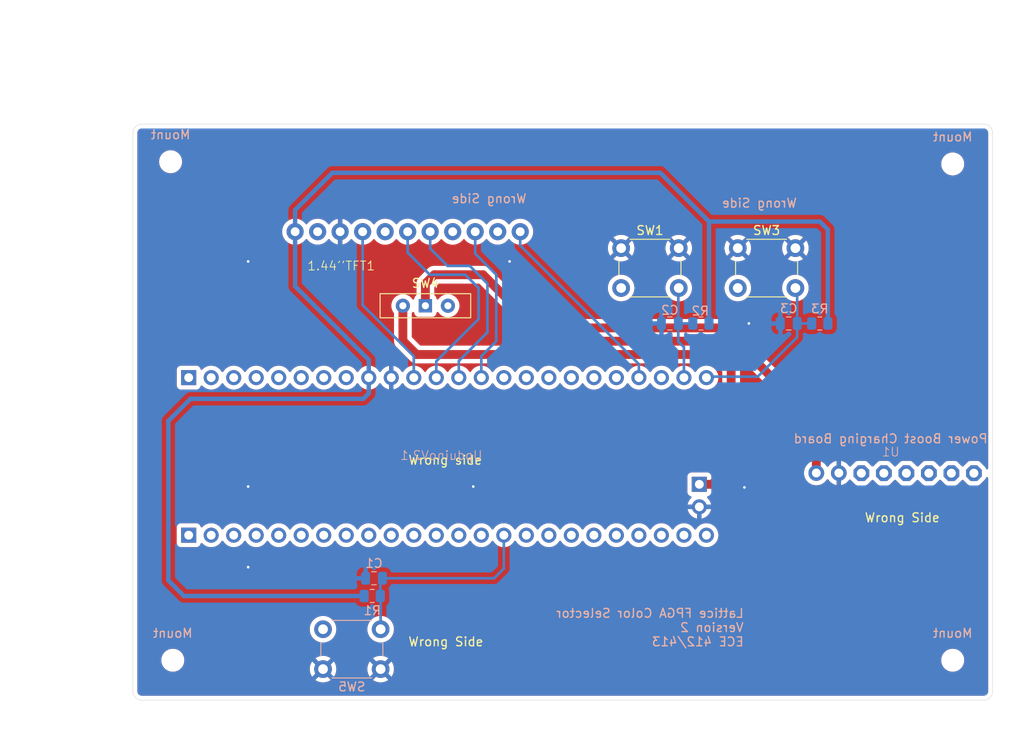
<source format=kicad_pcb>
(kicad_pcb (version 20241229) (generator "pcbnew") (generator_version "9.0")
  (layers (0 "F.Cu" signal) (2 "B.Cu" signal) (13 "F.Paste" user) (15 "B.Paste" user) (5 "F.SilkS" user "F.Silkscreen") (7 "B.SilkS" user "B.Silkscreen") (1 "F.Mask" user) (3 "B.Mask" user) (25 "Edge.Cuts" user))
  (net 0 "")
  (net 1 "GND")
  (net 2 "/Reset")
  (net 3 "+3.3V")
  (net 4 "+5V")
  (net 6 "Net-(SW4-B)")
  (net 7 "/MOSI")
  (net 10 "/SCK")
  (net 11 "/LITE")
  (net 13 "/CS")
  (net 15 "/DC")
  (net 59 "/ColorPush")
  (net 60 "/brightPush")
  (footprint "Button_Switch_THT:SW_PUSH_6mm" (layer "F.Cu") (at 152.75 82)
    (property "Reference" "SW3" (at 3.25 -2 0) (layer "F.SilkS"))
    (property "Value" "SW_Push")
    (fp_line (start -0.25 1.5) (end -0.25 3) (stroke (width 0.12)) (layer "F.SilkS"))
    (fp_line (start 1 5.5) (end 5.5 5.5) (stroke (width 0.12)) (layer "F.SilkS"))
    (fp_line (start 5.5 -1) (end 1 -1) (stroke (width 0.12)) (layer "F.SilkS"))
    (fp_line (start 6.75 3) (end 6.75 1.5) (stroke (width 0.12)) (layer "F.SilkS"))
    (pad "1" thru_hole circle (at 0 0 90) (size 2 2) (drill 1.1) (layers "*.Cu" "*.Mask") (net 1 "GND"))
    (pad "1" thru_hole circle (at 6.5 0 90) (size 2 2) (drill 1.1) (layers "*.Cu" "*.Mask") (net 1 "GND"))
    (pad "2" thru_hole circle (at 0 4.5 90) (size 2 2) (drill 1.1) (layers "*.Cu" "*.Mask") (net 60 "/brightPush"))
    (pad "2" thru_hole circle (at 6.5 4.5 90) (size 2 2) (drill 1.1) (layers "*.Cu" "*.Mask") (net 60 "/brightPush"))
  )
  (footprint "Button_Switch_THT:SW_Slide-03_Wuerth-WS-SLTV_10x2.5x6.4_P2.54mm" (layer "F.Cu") (at 117.5 88.5)
    (property "Reference" "SW4" (at 0 -2.54 0) (layer "F.SilkS"))
    (property "Value" "Board Power")
    (fp_rect (start -5.11 -1.36) (end 5.11 1.36) (stroke (width 0.12)) (fill no) (layer "F.SilkS"))
    (pad "1" thru_hole rect (at 0 0) (size 1.5 1.5) (drill 0.8) (layers "*.Cu" "*.Mask") (net 4 "+5V"))
    (pad "2" thru_hole circle (at -2.54 0) (size 1.6 1.6) (drill 0.8) (layers "*.Cu" "*.Mask") (net 6 "Net-(SW4-B)"))
    (pad "3" thru_hole circle (at 2.54 0) (size 1.6 1.6) (drill 0.8) (layers "*.Cu" "*.Mask"))
  )
  (footprint "MountingHole:MountingHole_2.1mm" (layer "F.Cu") (at 89 128.5)
    (property "Reference" "Mount" (at 0 -3.05 0) (layer "B.SilkS") (effects (justify mirror)))
    (property "Value" "MountingHole_2.1mm")
    (pad "" np_thru_hole circle (at 0 0) (size 2.1 2.1) (drill 2.1) (layers "*.Cu" "*.Mask"))
  )
  (footprint "MountingHole:MountingHole_2.1mm" (layer "F.Cu") (at 177 72.5)
    (property "Reference" "Mount" (at 0 -3.05 0) (layer "B.SilkS") (effects (justify mirror)))
    (property "Value" "MountingHole_2.1mm")
    (pad "" np_thru_hole circle (at 0 0) (size 2.1 2.1) (drill 2.1) (layers "*.Cu" "*.Mask"))
  )
  (footprint "MountingHole:MountingHole_2.1mm" (layer "F.Cu") (at 177 128.5)
    (property "Reference" "Mount" (at 0 -3.05 0) (layer "B.SilkS") (effects (justify mirror)))
    (property "Value" "MountingHole_2.1mm")
    (pad "" np_thru_hole circle (at 0 0) (size 2.1 2.1) (drill 2.1) (layers "*.Cu" "*.Mask"))
  )
  (footprint "MountingHole:MountingHole_2.1mm" (layer "F.Cu") (at 88.75 72.25)
    (property "Reference" "Mount" (at 0 -3.05 0) (layer "B.SilkS") (effects (justify mirror)))
    (property "Value" "MountingHole_2.1mm")
    (pad "" np_thru_hole circle (at 0 0) (size 2.1 2.1) (drill 2.1) (layers "*.Cu" "*.Mask"))
  )
  (footprint "Button_Switch_THT:SW_PUSH_6mm" (layer "F.Cu") (at 139.5875 82)
    (property "Reference" "SW1" (at 3.25 -2 0) (layer "F.SilkS"))
    (property "Value" "SW_Push")
    (fp_line (start -0.25 1.5) (end -0.25 3) (stroke (width 0.12)) (layer "F.SilkS"))
    (fp_line (start 1 5.5) (end 5.5 5.5) (stroke (width 0.12)) (layer "F.SilkS"))
    (fp_line (start 5.5 -1) (end 1 -1) (stroke (width 0.12)) (layer "F.SilkS"))
    (fp_line (start 6.75 3) (end 6.75 1.5) (stroke (width 0.12)) (layer "F.SilkS"))
    (pad "1" thru_hole circle (at 0 0 90) (size 2 2) (drill 1.1) (layers "*.Cu" "*.Mask") (net 1 "GND"))
    (pad "1" thru_hole circle (at 6.5 0 90) (size 2 2) (drill 1.1) (layers "*.Cu" "*.Mask") (net 1 "GND"))
    (pad "2" thru_hole circle (at 0 4.5 90) (size 2 2) (drill 1.1) (layers "*.Cu" "*.Mask") (net 59 "/ColorPush"))
    (pad "2" thru_hole circle (at 6.5 4.5 90) (size 2 2) (drill 1.1) (layers "*.Cu" "*.Mask") (net 59 "/ColorPush"))
  )
  (footprint "ECE412Library:1.44_ TFT Display" (layer "F.Cu") (at 115.2 76.1424 90)
    (property "Reference" "1.44''TFT1" (at -7.8576 -7.2 0) (layer "F.SilkS") (effects (font (thickness 0.1))))
    (property "Value" "~")
    (pad "1" thru_hole circle (at -4 -12.4 90) (size 1.9304 1.9304) (drill 1) (layers "*.Cu" "*.Mask") (net 3 "+3.3V"))
    (pad "2" thru_hole circle (at -4 -9.86 90) (size 1.9304 1.9304) (drill 1) (layers "*.Cu" "*.Mask"))
    (pad "3" thru_hole circle (at -4 -7.32 90) (size 1.9304 1.9304) (drill 1) (layers "*.Cu" "*.Mask") (net 1 "GND"))
    (pad "4" thru_hole circle (at -4 -4.78 90) (size 1.9304 1.9304) (drill 1) (layers "*.Cu" "*.Mask") (net 10 "/SCK"))
    (pad "5" thru_hole circle (at -4 -2.24 90) (size 1.9304 1.9304) (drill 1) (layers "*.Cu" "*.Mask"))
    (pad "6" thru_hole circle (at -4 0.3 90) (size 1.9304 1.9304) (drill 1) (layers "*.Cu" "*.Mask") (net 7 "/MOSI"))
    (pad "7" thru_hole circle (at -4 2.84 90) (size 1.9304 1.9304) (drill 1) (layers "*.Cu" "*.Mask") (net 13 "/CS"))
    (pad "8" thru_hole circle (at -4 5.38 90) (size 1.9304 1.9304) (drill 1) (layers "*.Cu" "*.Mask"))
    (pad "9" thru_hole circle (at -4 7.92 90) (size 1.9304 1.9304) (drill 1) (layers "*.Cu" "*.Mask") (net 15 "/DC"))
    (pad "10" thru_hole circle (at -4 10.46 90) (size 1.9304 1.9304) (drill 1) (layers "*.Cu" "*.Mask"))
    (pad "11" thru_hole circle (at -4 13 90) (size 1.9304 1.9304) (drill 1) (layers "*.Cu" "*.Mask") (net 11 "/LITE"))
  )
  (footprint "Capacitor_SMD:C_0805_2012Metric" (layer "B.Cu") (at 158.5 90.5 180)
    (property "Reference" "C3" (at 0 1.68 0) (layer "B.SilkS") (effects (justify mirror)))
    (property "Value" "C")
    (fp_line (start -0.261252 0.735) (end 0.261252 0.735) (stroke (width 0.12)) (layer "B.SilkS"))
    (fp_line (start -0.261252 -0.735) (end 0.261252 -0.735) (stroke (width 0.12)) (layer "B.SilkS"))
    (pad "1" smd roundrect (at -0.95 0 180) (size 1 1.45) (layers "B.Cu" "B.Mask" "B.Paste") (net 60 "/brightPush"))
    (pad "2" smd roundrect (at 0.95 0 180) (size 1 1.45) (layers "B.Cu" "B.Mask" "B.Paste") (net 1 "GND"))
  )
  (footprint "Capacitor_SMD:C_0805_2012Metric" (layer "B.Cu") (at 111.7 119.25 180)
    (property "Reference" "C1" (at 0 1.68 0) (layer "B.SilkS") (effects (justify mirror)))
    (property "Value" "C")
    (fp_line (start -0.261252 0.735) (end 0.261252 0.735) (stroke (width 0.12)) (layer "B.SilkS"))
    (fp_line (start -0.261252 -0.735) (end 0.261252 -0.735) (stroke (width 0.12)) (layer "B.SilkS"))
    (pad "1" smd roundrect (at -0.95 0 180) (size 1 1.45) (layers "B.Cu" "B.Mask" "B.Paste") (net 2 "/Reset"))
    (pad "2" smd roundrect (at 0.95 0 180) (size 1 1.45) (layers "B.Cu" "B.Mask" "B.Paste") (net 1 "GND"))
  )
  (footprint "Button_Switch_THT:SW_PUSH_6mm" (layer "B.Cu") (at 105.95 129.5)
    (property "Reference" "SW5" (at 3.25 2 0) (layer "B.SilkS") (effects (justify mirror)))
    (property "Value" "SW_Push")
    (fp_line (start -0.25 -1.5) (end -0.25 -3) (stroke (width 0.12)) (layer "B.SilkS"))
    (fp_line (start 1 -5.5) (end 5.5 -5.5) (stroke (width 0.12)) (layer "B.SilkS"))
    (fp_line (start 5.5 1) (end 1 1) (stroke (width 0.12)) (layer "B.SilkS"))
    (fp_line (start 6.75 -3) (end 6.75 -1.5) (stroke (width 0.12)) (layer "B.SilkS"))
    (pad "1" thru_hole circle (at 0 0 270) (size 2 2) (drill 1.1) (layers "*.Cu" "*.Mask") (net 1 "GND"))
    (pad "1" thru_hole circle (at 6.5 0 270) (size 2 2) (drill 1.1) (layers "*.Cu" "*.Mask") (net 1 "GND"))
    (pad "2" thru_hole circle (at 0 -4.5 270) (size 2 2) (drill 1.1) (layers "*.Cu" "*.Mask") (net 2 "/Reset"))
    (pad "2" thru_hole circle (at 6.5 -4.5 270) (size 2 2) (drill 1.1) (layers "*.Cu" "*.Mask") (net 2 "/Reset"))
  )
  (footprint "ECE412Library:UPduinoV3.1" (layer "B.Cu") (at 119.29 105.89 180)
    (property "Reference" "UpduinoV2.1" (at 0 0.5 0) (layer "B.SilkS") (effects (font (thickness 0.1)) (justify mirror)))
    (property "Value" "~")
    (pad "1" thru_hole rect (at 28.5 -8.5 270) (size 1.7 1.7) (drill 1) (layers "*.Cu" "*.Mask"))
    (pad "1" thru_hole rect (at 28.5 9.28 270) (size 1.7 1.7) (drill 1) (layers "*.Cu" "*.Mask"))
    (pad "2" thru_hole oval (at 25.96 -8.5 270) (size 1.7 1.7) (drill 1) (layers "*.Cu" "*.Mask"))
    (pad "2" thru_hole oval (at 25.96 9.28 270) (size 1.7 1.7) (drill 1) (layers "*.Cu" "*.Mask"))
    (pad "3" thru_hole oval (at 23.42 -8.5 270) (size 1.7 1.7) (drill 1) (layers "*.Cu" "*.Mask"))
    (pad "3" thru_hole oval (at 23.42 9.28 270) (size 1.7 1.7) (drill 1) (layers "*.Cu" "*.Mask"))
    (pad "4" thru_hole oval (at 20.88 -8.5 270) (size 1.7 1.7) (drill 1) (layers "*.Cu" "*.Mask"))
    (pad "4" thru_hole oval (at 20.88 9.28 270) (size 1.7 1.7) (drill 1) (layers "*.Cu" "*.Mask"))
    (pad "5" thru_hole oval (at 18.34 -8.5 270) (size 1.7 1.7) (drill 1) (layers "*.Cu" "*.Mask"))
    (pad "5" thru_hole oval (at 18.34 9.28 270) (size 1.7 1.7) (drill 1) (layers "*.Cu" "*.Mask"))
    (pad "6" thru_hole oval (at 15.8 -8.5 270) (size 1.7 1.7) (drill 1) (layers "*.Cu" "*.Mask"))
    (pad "6" thru_hole oval (at 15.8 9.28 270) (size 1.7 1.7) (drill 1) (layers "*.Cu" "*.Mask"))
    (pad "7" thru_hole oval (at -1.98 -8.5 270) (size 1.7 1.7) (drill 1) (layers "*.Cu" "*.Mask"))
    (pad "7" thru_hole oval (at 13.26 -8.5 270) (size 1.7 1.7) (drill 1) (layers "*.Cu" "*.Mask"))
    (pad "7" thru_hole oval (at 13.26 9.28 270) (size 1.7 1.7) (drill 1) (layers "*.Cu" "*.Mask"))
    (pad "8" thru_hole oval (at -4.52 -8.5 270) (size 1.7 1.7) (drill 1) (layers "*.Cu" "*.Mask"))
    (pad "8" thru_hole oval (at 8.18 -8.5 270) (size 1.7 1.7) (drill 1) (layers "*.Cu" "*.Mask"))
    (pad "8" thru_hole oval (at 10.72 -8.5 270) (size 1.7 1.7) (drill 1) (layers "*.Cu" "*.Mask"))
    (pad "8" thru_hole oval (at 10.72 9.28 270) (size 1.7 1.7) (drill 1) (layers "*.Cu" "*.Mask"))
    (pad "9" thru_hole oval (at -7.06 -8.5 270) (size 1.7 1.7) (drill 1) (layers "*.Cu" "*.Mask") (net 2 "/Reset"))
    (pad "10" thru_hole oval (at -9.6 -8.5 270) (size 1.7 1.7) (drill 1) (layers "*.Cu" "*.Mask"))
    (pad "10" thru_hole oval (at 5.64 -8.5 270) (size 1.7 1.7) (drill 1) (layers "*.Cu" "*.Mask"))
    (pad "11" thru_hole oval (at -12.14 -8.5 270) (size 1.7 1.7) (drill 1) (layers "*.Cu" "*.Mask"))
    (pad "11" thru_hole oval (at 3.1 -8.5 270) (size 1.7 1.7) (drill 1) (layers "*.Cu" "*.Mask"))
    (pad "12" thru_hole oval (at -14.68 -8.5 270) (size 1.7 1.7) (drill 1) (layers "*.Cu" "*.Mask"))
    (pad "12" thru_hole oval (at 0.56 -8.5 270) (size 1.7 1.7) (drill 1) (layers "*.Cu" "*.Mask"))
    (pad "13" thru_hole oval (at -17.22 -8.5 270) (size 1.7 1.7) (drill 1) (layers "*.Cu" "*.Mask"))
    (pad "14" thru_hole oval (at -19.76 -8.5 270) (size 1.7 1.7) (drill 1) (layers "*.Cu" "*.Mask"))
    (pad "15" thru_hole oval (at -22.3 -8.5 270) (size 1.7 1.7) (drill 1) (layers "*.Cu" "*.Mask"))
    (pad "16" thru_hole oval (at -24.84 -8.5 270) (size 1.7 1.7) (drill 1) (layers "*.Cu" "*.Mask"))
    (pad "17" thru_hole oval (at -27.38 -8.5 270) (size 1.7 1.7) (drill 1) (layers "*.Cu" "*.Mask"))
    (pad "18" thru_hole oval (at -29.92 -8.5 270) (size 1.7 1.7) (drill 1) (layers "*.Cu" "*.Mask"))
    (pad "19" thru_hole oval (at 8.18 9.28 270) (size 1.7 1.7) (drill 1) (layers "*.Cu" "*.Mask") (net 3 "+3.3V"))
    (pad "20" thru_hole oval (at 5.64 9.28 270) (size 1.7 1.7) (drill 1) (layers "*.Cu" "*.Mask") (net 1 "GND"))
    (pad "21" thru_hole oval (at 3.1 9.28 270) (size 1.7 1.7) (drill 1) (layers "*.Cu" "*.Mask") (net 10 "/SCK"))
    (pad "22" thru_hole oval (at 0.56 9.28 270) (size 1.7 1.7) (drill 1) (layers "*.Cu" "*.Mask") (net 7 "/MOSI"))
    (pad "23" thru_hole oval (at -1.98 9.28 270) (size 1.7 1.7) (drill 1) (layers "*.Cu" "*.Mask") (net 13 "/CS"))
    (pad "24" thru_hole oval (at -4.52 9.28 270) (size 1.7 1.7) (drill 1) (layers "*.Cu" "*.Mask") (net 15 "/DC"))
    (pad "25" thru_hole oval (at -7.06 9.28 270) (size 1.7 1.7) (drill 1) (layers "*.Cu" "*.Mask"))
    (pad "26" thru_hole oval (at -9.6 9.28 270) (size 1.7 1.7) (drill 1) (layers "*.Cu" "*.Mask"))
    (pad "27" thru_hole oval (at -12.14 9.28 270) (size 1.7 1.7) (drill 1) (layers "*.Cu" "*.Mask"))
    (pad "28" thru_hole oval (at -14.68 9.28 270) (size 1.7 1.7) (drill 1) (layers "*.Cu" "*.Mask"))
    (pad "29" thru_hole oval (at -17.22 9.28 270) (size 1.7 1.7) (drill 1) (layers "*.Cu" "*.Mask"))
    (pad "30" thru_hole oval (at -19.76 9.28 270) (size 1.7 1.7) (drill 1) (layers "*.Cu" "*.Mask"))
    (pad "31" thru_hole oval (at -22.3 9.28 270) (size 1.7 1.7) (drill 1) (layers "*.Cu" "*.Mask") (net 11 "/LITE"))
    (pad "32" thru_hole oval (at -24.84 9.28 270) (size 1.7 1.7) (drill 1) (layers "*.Cu" "*.Mask"))
    (pad "33" thru_hole oval (at -27.38 9.28 270) (size 1.7 1.7) (drill 1) (layers "*.Cu" "*.Mask") (net 59 "/ColorPush"))
    (pad "34" thru_hole oval (at -29.92 9.28 270) (size 1.7 1.7) (drill 1) (layers "*.Cu" "*.Mask") (net 60 "/brightPush"))
    (pad "35" thru_hole oval (at -29.12 -5.3 180) (size 1.7 1.7) (drill 1) (layers "*.Cu" "*.Mask") (net 1 "GND"))
    (pad "36" thru_hole rect (at -29.12 -2.76 180) (size 1.7 1.7) (drill 1) (layers "*.Cu" "*.Mask") (net 6 "Net-(SW4-B)"))
  )
  (footprint "Resistor_SMD:R_0805_2012Metric" (layer "B.Cu") (at 111.5 121.25)
    (property "Reference" "R1" (at 0 1.65 0) (layer "B.SilkS") (effects (justify mirror)))
    (property "Value" "R")
    (fp_line (start -0.227064 -0.735) (end 0.227064 -0.735) (stroke (width 0.12)) (layer "B.SilkS"))
    (fp_line (start -0.227064 0.735) (end 0.227064 0.735) (stroke (width 0.12)) (layer "B.SilkS"))
    (pad "1" smd roundrect (at -0.9125 0) (size 1.025 1.4) (layers "B.Cu" "B.Mask" "B.Paste") (roundrect_rratio 0.243902) (net 3 "+3.3V"))
    (pad "2" smd roundrect (at 0.9125 0) (size 1.025 1.4) (layers "B.Cu" "B.Mask" "B.Paste") (roundrect_rratio 0.243902) (net 2 "/Reset"))
  )
  (footprint "Capacitor_SMD:C_0805_2012Metric" (layer "B.Cu") (at 145.0875 90.5 180)
    (property "Reference" "C2" (at 0 1.5 0) (layer "B.SilkS") (effects (justify mirror)))
    (property "Value" "C")
    (fp_line (start -0.261252 0.735) (end 0.261252 0.735) (stroke (width 0.12)) (layer "B.SilkS"))
    (fp_line (start -0.261252 -0.735) (end 0.261252 -0.735) (stroke (width 0.12)) (layer "B.SilkS"))
    (pad "1" smd roundrect (at -0.95 0 180) (size 1 1.45) (layers "B.Cu" "B.Mask" "B.Paste") (net 59 "/ColorPush"))
    (pad "2" smd roundrect (at 0.95 0 180) (size 1 1.45) (layers "B.Cu" "B.Mask" "B.Paste") (net 1 "GND"))
  )
  (footprint "Resistor_SMD:R_0805_2012Metric" (layer "B.Cu") (at 162 90.5 180)
    (property "Reference" "R3" (at 0 1.65 0) (layer "B.SilkS") (effects (justify mirror)))
    (property "Value" "R")
    (fp_line (start -0.227064 0.735) (end 0.227064 0.735) (stroke (width 0.12)) (layer "B.SilkS"))
    (fp_line (start -0.227064 -0.735) (end 0.227064 -0.735) (stroke (width 0.12)) (layer "B.SilkS"))
    (pad "1" smd roundrect (at -0.9125 0 180) (size 1.025 1.4) (layers "B.Cu" "B.Mask" "B.Paste") (roundrect_rratio 0.243902) (net 3 "+3.3V"))
    (pad "2" smd roundrect (at 0.9125 0 180) (size 1.025 1.4) (layers "B.Cu" "B.Mask" "B.Paste") (roundrect_rratio 0.243902) (net 60 "/brightPush"))
  )
  (footprint "Resistor_SMD:R_0805_2012Metric" (layer "B.Cu") (at 148.5875 90.5 180)
    (property "Reference" "R2" (at 0.07 1.41 0) (layer "B.SilkS") (effects (justify mirror)))
    (property "Value" "R")
    (fp_line (start -0.227064 0.735) (end 0.227064 0.735) (stroke (width 0.12)) (layer "B.SilkS"))
    (fp_line (start -0.227064 -0.735) (end 0.227064 -0.735) (stroke (width 0.12)) (layer "B.SilkS"))
    (pad "1" smd roundrect (at -0.9125 0 180) (size 1.025 1.4) (layers "B.Cu" "B.Mask" "B.Paste") (roundrect_rratio 0.243902) (net 3 "+3.3V"))
    (pad "2" smd roundrect (at 0.9125 0 180) (size 1.025 1.4) (layers "B.Cu" "B.Mask" "B.Paste") (roundrect_rratio 0.243902) (net 59 "/ColorPush"))
  )
  (footprint "ECE412Library:PowerBoost-500" (layer "B.Cu") (at 170.61 112.2667)
    (property "Reference" "U1" (at -0.61 -7.2667 0) (layer "B.SilkS") (effects (font (thickness 0.1)) (justify mirror)))
    (property "Value" "Power Boost Charging Board" (at -0.61 -8.7667 0) (layer "B.SilkS") (effects (justify mirror)))
    (pad "1" thru_hole circle (at -9 -4.8944 270) (size 1.778 1.778) (drill 1) (layers "*.Cu" "*.Mask") (net 4 "+5V"))
    (pad "2" thru_hole circle (at -6.46 -4.8944 270) (size 1.778 1.778) (drill 1) (layers "*.Cu" "*.Mask") (net 1 "GND"))
    (pad "3" thru_hole roundrect (at -3.92 -4.873 270) (size 1.778 1.778) (drill 1.016) (layers "*.Cu" "*.Mask") (chamfer_ratio 0.2928932188) (chamfer top_left top_right bottom_left bottom_right))
    (pad "4" thru_hole roundrect (at -1.38 -4.873 270) (size 1.778 1.778) (drill 1.016) (layers "*.Cu" "*.Mask") (chamfer_ratio 0.2928932188) (chamfer top_left top_right bottom_left bottom_right))
    (pad "5" thru_hole roundrect (at 1.16 -4.873 270) (size 1.778 1.778) (drill 1.016) (layers "*.Cu" "*.Mask") (chamfer_ratio 0.2928932188) (chamfer top_left top_right bottom_left bottom_right))
    (pad "6" thru_hole roundrect (at 3.7 -4.873 270) (size 1.778 1.778) (drill 1.016) (layers "*.Cu" "*.Mask") (chamfer_ratio 0.2928932188) (chamfer top_left top_right bottom_left bottom_right))
    (pad "7" thru_hole roundrect (at 6.24 -4.873 270) (size 1.778 1.778) (drill 1.016) (layers "*.Cu" "*.Mask") (chamfer_ratio 0.2928932188) (chamfer top_left top_right bottom_left bottom_right))
    (pad "8" thru_hole roundrect (at 8.78 -4.873 270) (size 1.778 1.778) (drill 1.016) (layers "*.Cu" "*.Mask") (chamfer_ratio 0.2928932188) (chamfer top_left top_right bottom_left bottom_right))
  )
  (gr_line (start 181.5 69) (end 181.5 132) (stroke (width 0.05)) (layer "Edge.Cuts"))
  (gr_line (start 180.5 133) (end 85.5 133) (stroke (width 0.05)) (layer "Edge.Cuts"))
  (gr_line (start 84.5 132) (end 84.5 69) (stroke (width 0.05)) (layer "Edge.Cuts"))
  (gr_arc (start 84.5 69) (mid 84.792893 68.292893) (end 85.5 68) (stroke (width 0.05)) (layer "Edge.Cuts"))
  (gr_arc (start 85.5 133) (mid 84.792893 132.707107) (end 84.5 132) (stroke (width 0.05)) (layer "Edge.Cuts"))
  (gr_arc (start 181.5 132) (mid 181.207107 132.707107) (end 180.5 133) (stroke (width 0.05)) (layer "Edge.Cuts"))
  (gr_arc (start 180.5 68) (mid 181.207107 68.292893) (end 181.5 69) (stroke (width 0.05)) (layer "Edge.Cuts"))
  (gr_line (start 85.5 68) (end 180.5 68) (stroke (width 0.05)) (layer "Edge.Cuts"))
  (gr_text "Wrong Side" (at 115.5 127 0) (layer "F.SilkS") (effects (font (size 1 1)) (justify left bottom)))
  (gr_text "Wrong Side" (at 167 113 0) (layer "F.SilkS") (effects (font (size 1 1)) (justify left bottom)))
  (gr_text "Wrong side" (at 115.5 106.5 0) (layer "F.SilkS") (effects (font (size 1 1)) (justify left bottom)))
  (gr_text "Wrong Side" (at 159.5 77.5 0) (layer "B.SilkS") (effects (font (size 1 1)) (justify left bottom mirror)))
  (gr_text "Lattice FPGA Color Selector\nVersion 2\nECE 412/413" (at 153.5 127 0) (layer "B.SilkS") (effects (font (size 1 1)) (justify left bottom mirror)))
  (gr_text "Wrong Side" (at 129 77 0) (layer "B.SilkS") (effects (font (size 1 1)) (justify left bottom mirror)))
  (via (at 97.5 118) (size 0.6) (drill 0.3) (layers "F.Cu" "B.Cu") (net 1))
  (via (at 97.5 108.9) (size 0.6) (drill 0.3) (layers "F.Cu" "B.Cu") (net 1))
  (via (at 153.5 109) (size 0.6) (drill 0.3) (layers "F.Cu" "B.Cu") (net 1))
  (via (at 122.9 108.9) (size 0.6) (drill 0.3) (layers "F.Cu" "B.Cu") (net 1))
  (via (at 97.5 83.5) (size 0.6) (drill 0.3) (layers "F.Cu" "B.Cu") (net 1))
  (via (at 154 90.5) (size 0.6) (drill 0.3) (layers "F.Cu" "B.Cu") (net 1))
  (via (at 127 83.5) (size 0.6) (drill 0.3) (layers "F.Cu" "B.Cu") (net 1))
  (segment (start 126.35 118.15) (end 126.35 114.39) (width 0.3) (layer "B.Cu") (net 2))
  (segment (start 112.45 121.2875) (end 112.4125 121.25) (width 0.3) (layer "B.Cu") (net 2))
  (segment (start 112.45 125) (end 112.45 121.2875) (width 0.3) (layer "B.Cu") (net 2))
  (segment (start 112.4125 119.4875) (end 112.65 119.25) (width 0.3) (layer "B.Cu") (net 2))
  (segment (start 112.4125 121.25) (end 112.4125 119.4875) (width 0.3) (layer "B.Cu") (net 2))
  (segment (start 112.65 119.25) (end 125.25 119.25) (width 0.3) (layer "B.Cu") (net 2))
  (segment (start 112.5425 124.9075) (end 112.45 125) (width 0.3) (layer "B.Cu") (net 2))
  (segment (start 125.25 119.25) (end 126.35 118.15) (width 0.3) (layer "B.Cu") (net 2))
  (segment (start 111.11 96.61) (end 111.11 94.61) (width 0.5) (layer "B.Cu") (net 3))
  (segment (start 149.5 79) (end 149.5 90.5) (width 0.5) (layer "B.Cu") (net 3))
  (segment (start 102.8 80.1424) (end 102.8 77.7) (width 0.5) (layer "B.Cu") (net 3))
  (segment (start 88.5 101.5) (end 88.5 119.5) (width 0.5) (layer "B.Cu") (net 3))
  (segment (start 107 73.5) (end 144 73.5) (width 0.5) (layer "B.Cu") (net 3))
  (segment (start 162.9125 79.9125) (end 162.9125 90.5) (width 0.5) (layer "B.Cu") (net 3))
  (segment (start 110.5 99) (end 91 99) (width 0.5) (layer "B.Cu") (net 3))
  (segment (start 88.5 119.5) (end 90.25 121.25) (width 0.5) (layer "B.Cu") (net 3))
  (segment (start 144 73.5) (end 149.5 79) (width 0.5) (layer "B.Cu") (net 3))
  (segment (start 162 79) (end 162.9125 79.9125) (width 0.5) (layer "B.Cu") (net 3))
  (segment (start 90.25 121.25) (end 110.5875 121.25) (width 0.5) (layer "B.Cu") (net 3))
  (segment (start 111.11 98.39) (end 110.5 99) (width 0.5) (layer "B.Cu") (net 3))
  (segment (start 149.5 79) (end 162 79) (width 0.5) (layer "B.Cu") (net 3))
  (segment (start 91 99) (end 88.5 101.5) (width 0.5) (layer "B.Cu") (net 3))
  (segment (start 111.11 96.61) (end 111.11 98.39) (width 0.5) (layer "B.Cu") (net 3))
  (segment (start 111.11 94.61) (end 102.8 86.3) (width 0.5) (layer "B.Cu") (net 3))
  (segment (start 102.8 86.3) (end 102.8 80.1424) (width 0.5) (layer "B.Cu") (net 3))
  (segment (start 102.8 77.7) (end 107 73.5) (width 0.5) (layer "B.Cu") (net 3))
  (segment (start 117.5 88.5) (end 117.5 86) (width 1) (layer "F.Cu") (net 4))
  (segment (start 118.5 85) (end 124 85) (width 1) (layer "F.Cu") (net 4))
  (segment (start 117.5 86) (end 118.5 85) (width 1) (layer "F.Cu") (net 4))
  (segment (start 151 91) (end 161.61 101.61) (width 1) (layer "F.Cu") (net 4))
  (segment (start 130 91) (end 151 91) (width 1) (layer "F.Cu") (net 4))
  (segment (start 124 85) (end 130 91) (width 1) (layer "F.Cu") (net 4))
  (segment (start 161.61 101.61) (end 161.61 107.3723) (width 1) (layer "F.Cu") (net 4))
  (segment (start 116.5 94) (end 114.96 92.46) (width 1) (layer "F.Cu") (net 6))
  (segment (start 114.96 92.46) (end 114.96 88.5) (width 1) (layer "F.Cu") (net 6))
  (segment (start 149.85 108.65) (end 152 106.5) (width 1) (layer "F.Cu") (net 6))
  (segment (start 152 95.5) (end 150.5 94) (width 1) (layer "F.Cu") (net 6))
  (segment (start 152 106.5) (end 152 95.5) (width 1) (layer "F.Cu") (net 6))
  (segment (start 148.41 108.65) (end 149.85 108.65) (width 1) (layer "F.Cu") (net 6))
  (segment (start 150.5 94) (end 116.5 94) (width 1) (layer "F.Cu") (net 6))
  (segment (start 115.5 82.5) (end 115.5 80.1424) (width 0.3) (layer "B.Cu") (net 7))
  (segment (start 123.5 90) (end 123.5 86.5) (width 0.3) (layer "B.Cu") (net 7))
  (segment (start 123.5 86.5) (end 122 85) (width 0.3) (layer "B.Cu") (net 7))
  (segment (start 118.73 96.61) (end 118.73 94.77) (width 0.3) (layer "B.Cu") (net 7))
  (segment (start 118.73 94.77) (end 123.5 90) (width 0.3) (layer "B.Cu") (net 7))
  (segment (start 122 85) (end 118 85) (width 0.3) (layer "B.Cu") (net 7))
  (segment (start 118 85) (end 115.5 82.5) (width 0.3) (layer "B.Cu") (net 7))
  (segment (start 110.42 88.42) (end 110.42 80.1424) (width 0.3) (layer "B.Cu") (net 10))
  (segment (start 116.19 96.61) (end 116.19 94.19) (width 0.3) (layer "B.Cu") (net 10))
  (segment (start 116.19 94.19) (end 110.42 88.42) (width 0.3) (layer "B.Cu") (net 10))
  (segment (start 128.2 81.7) (end 141.59 95.09) (width 0.3) (layer "B.Cu") (net 11))
  (segment (start 128.2 80.1424) (end 128.2 81.7) (width 0.3) (layer "B.Cu") (net 11))
  (segment (start 141.59 95.09) (end 141.59 96.61) (width 0.3) (layer "B.Cu") (net 11))
  (segment (start 121.27 94.73) (end 121.27 96.61) (width 0.3) (layer "B.Cu") (net 13))
  (segment (start 124.5 91.5) (end 121.27 94.73) (width 0.3) (layer "B.Cu") (net 13))
  (segment (start 118.04 82.04) (end 120 84) (width 0.3) (layer "B.Cu") (net 13))
  (segment (start 118.04 80.1424) (end 118.04 82.04) (width 0.3) (layer "B.Cu") (net 13))
  (segment (start 120 84) (end 122.5 84) (width 0.3) (layer "B.Cu") (net 13))
  (segment (start 122.5 84) (end 124.5 86) (width 0.3) (layer "B.Cu") (net 13))
  (segment (start 124.5 86) (end 124.5 91.5) (width 0.3) (layer "B.Cu") (net 13))
  (segment (start 125.5 92.5) (end 123.81 94.19) (width 0.3) (layer "B.Cu") (net 15))
  (segment (start 125.5 85) (end 125.5 92.5) (width 0.3) (layer "B.Cu") (net 15))
  (segment (start 123.12 82.62) (end 125.5 85) (width 0.3) (layer "B.Cu") (net 15))
  (segment (start 123.81 94.19) (end 123.81 96.61) (width 0.3) (layer "B.Cu") (net 15))
  (segment (start 123.12 80.1424) (end 123.12 82.62) (width 0.3) (layer "B.Cu") (net 15))
  (segment (start 146.0375 90.5) (end 146.0375 86.55) (width 0.3) (layer "B.Cu") (net 59))
  (segment (start 146.67 93.17) (end 146.67 96.61) (width 0.3) (layer "B.Cu") (net 59))
  (segment (start 146.0375 90.5) (end 146.0375 92.5375) (width 0.3) (layer "B.Cu") (net 59))
  (segment (start 146.0375 86.55) (end 146.0875 86.5) (width 0.3) (layer "B.Cu") (net 59))
  (segment (start 147.675 90.5) (end 146.0375 90.5) (width 0.3) (layer "B.Cu") (net 59))
  (segment (start 146.0375 92.5375) (end 146.67 93.17) (width 0.3) (layer "B.Cu") (net 59))
  (segment (start 159.45 92.05) (end 155 96.5) (width 0.3) (layer "B.Cu") (net 60))
  (segment (start 155 96.5) (end 149.32 96.5) (width 0.3) (layer "B.Cu") (net 60))
  (segment (start 159.45 90.5) (end 159.45 92.05) (width 0.3) (layer "B.Cu") (net 60))
  (segment (start 149.32 96.5) (end 149.21 96.61) (width 0.3) (layer "B.Cu") (net 60))
  (segment (start 159.5 86.5) (end 159.5 86.75) (width 0.3) (layer "B.Cu") (net 60))
  (segment (start 159.45 86.8) (end 159.45 90.5) (width 0.3) (layer "B.Cu") (net 60))
  (segment (start 159.5 86.75) (end 159.45 86.8) (width 0.3) (layer "B.Cu") (net 60))
  (segment (start 159.45 90.5) (end 161.0875 90.5) (width 0.3) (layer "B.Cu") (net 60))
  (zone (net 1) (net_name "GND") (layers "F.Cu" "B.Cu") (connect_pads (clearance 0.5)) (min_thickness 0.25) (fill yes (thermal_gap 0.5) (thermal_bridge_width 0.5))
    (polygon (pts (xy 69.5 54) (xy 183.5 54) (xy 183.5 139) (xy 69.5 139)))
  )
)
</source>
